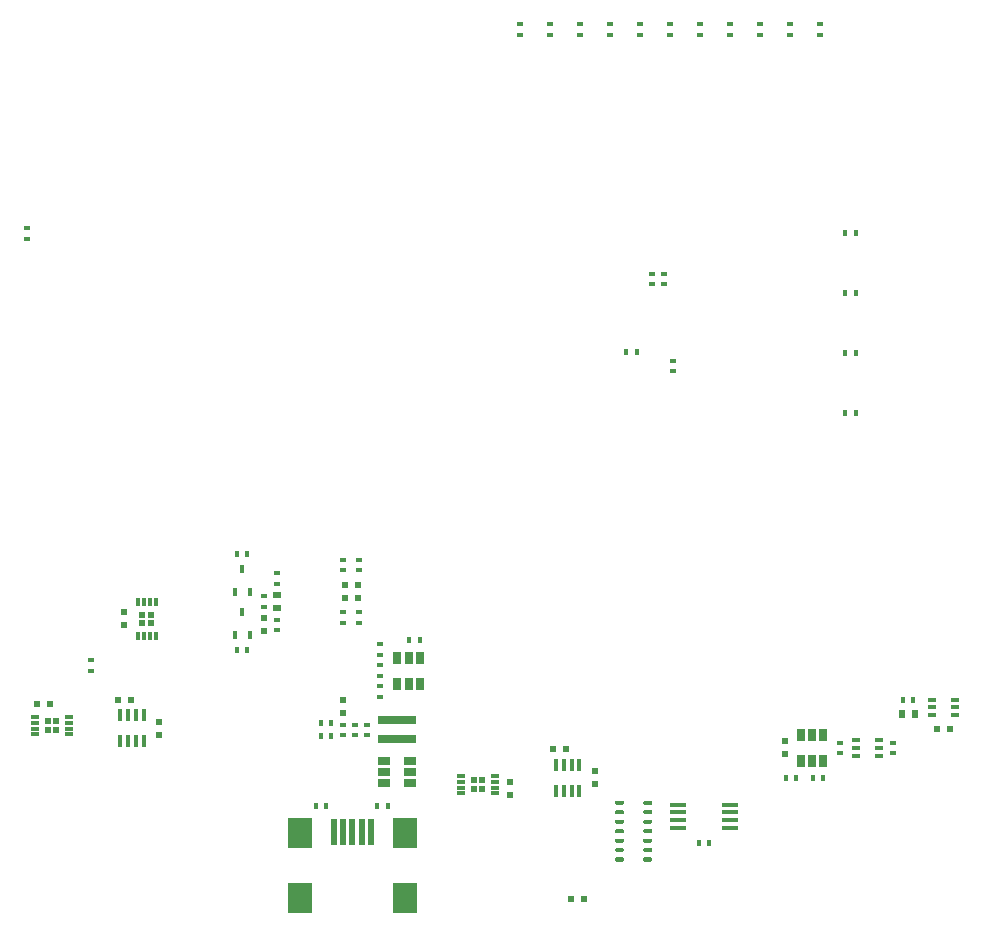
<source format=gbr>
G04 #@! TF.GenerationSoftware,KiCad,Pcbnew,(5.1.8)-1*
G04 #@! TF.CreationDate,2021-01-22T21:00:44-06:00*
G04 #@! TF.ProjectId,Pulse_Oximeter,50756c73-655f-44f7-9869-6d657465722e,rev?*
G04 #@! TF.SameCoordinates,Original*
G04 #@! TF.FileFunction,Paste,Bot*
G04 #@! TF.FilePolarity,Positive*
%FSLAX46Y46*%
G04 Gerber Fmt 4.6, Leading zero omitted, Abs format (unit mm)*
G04 Created by KiCad (PCBNEW (5.1.8)-1) date 2021-01-22 21:00:44*
%MOMM*%
%LPD*%
G01*
G04 APERTURE LIST*
%ADD10R,0.650000X0.400000*%
%ADD11R,0.400000X0.600000*%
%ADD12R,0.600000X0.700000*%
%ADD13R,0.600000X0.500000*%
%ADD14R,0.600000X0.400000*%
%ADD15R,0.650000X1.060000*%
%ADD16R,1.060000X0.650000*%
%ADD17R,0.300000X0.750000*%
%ADD18R,3.200000X0.800000*%
%ADD19R,0.450000X0.700000*%
%ADD20R,2.000000X2.500000*%
%ADD21R,0.500000X2.300000*%
%ADD22R,0.700000X0.600000*%
%ADD23R,0.500000X0.600000*%
%ADD24R,0.400000X1.060000*%
%ADD25R,0.750000X0.300000*%
%ADD26R,1.450000X0.450000*%
G04 APERTURE END LIST*
D10*
X186058000Y-122419000D03*
X186058000Y-123719000D03*
X187958000Y-123069000D03*
X186058000Y-123069000D03*
X187958000Y-123719000D03*
X187958000Y-122419000D03*
D11*
X183573000Y-122428000D03*
X184473000Y-122428000D03*
D12*
X184573000Y-123634000D03*
X183473000Y-123634000D03*
D13*
X187558000Y-124904000D03*
X186458000Y-124904000D03*
D11*
X161042000Y-92961500D03*
X160142000Y-92961500D03*
D14*
X164148000Y-93718000D03*
X164148000Y-94618000D03*
D10*
X181544000Y-127142000D03*
X181544000Y-125842000D03*
X179644000Y-126492000D03*
X181544000Y-126492000D03*
X179644000Y-125842000D03*
X179644000Y-127142000D03*
D15*
X175895000Y-125392000D03*
X176845000Y-125392000D03*
X174945000Y-125392000D03*
X174945000Y-127592000D03*
X175895000Y-127592000D03*
X176845000Y-127592000D03*
D16*
X139680000Y-128524000D03*
X139680000Y-127574000D03*
X139680000Y-129474000D03*
X141880000Y-129474000D03*
X141880000Y-128524000D03*
X141880000Y-127574000D03*
D15*
X141732000Y-118852000D03*
X142682000Y-118852000D03*
X140782000Y-118852000D03*
X140782000Y-121052000D03*
X141732000Y-121052000D03*
X142682000Y-121052000D03*
D13*
X119945000Y-115895000D03*
X119195000Y-115895000D03*
X119945000Y-115245000D03*
X119195000Y-115245000D03*
D17*
X118820000Y-117020000D03*
X119320000Y-117020000D03*
X119820000Y-117020000D03*
X120320000Y-117020000D03*
X120320000Y-114120000D03*
X119820000Y-114120000D03*
X119320000Y-114120000D03*
X118820000Y-114120000D03*
D11*
X178684000Y-98105000D03*
X179584000Y-98105000D03*
X179584000Y-93025000D03*
X178684000Y-93025000D03*
X178684000Y-87945000D03*
X179584000Y-87945000D03*
X178684000Y-82865000D03*
X179584000Y-82865000D03*
D14*
X109410000Y-82478500D03*
X109410000Y-83378500D03*
X178244000Y-126942000D03*
X178244000Y-126042000D03*
D11*
X175953000Y-129032000D03*
X176853000Y-129032000D03*
X173667000Y-129032000D03*
X174567000Y-129032000D03*
D14*
X151194000Y-66106500D03*
X151194000Y-65206500D03*
X153734000Y-66106500D03*
X153734000Y-65206500D03*
X156274000Y-66106500D03*
X156274000Y-65206500D03*
X171514000Y-65206500D03*
X171514000Y-66106500D03*
X158814000Y-66106500D03*
X158814000Y-65206500D03*
X161354000Y-66106500D03*
X161354000Y-65206500D03*
X163894000Y-66106500D03*
X163894000Y-65206500D03*
X166434000Y-66106500D03*
X166434000Y-65206500D03*
X168974000Y-66106500D03*
X168974000Y-65206500D03*
X174054000Y-66106500D03*
X174054000Y-65206500D03*
X176594000Y-66106500D03*
X176594000Y-65206500D03*
X137541000Y-114993000D03*
X137541000Y-115893000D03*
X136208000Y-114993000D03*
X136208000Y-115893000D03*
D11*
X135197000Y-125476000D03*
X134297000Y-125476000D03*
D14*
X136144000Y-125418000D03*
X136144000Y-124518000D03*
X137160000Y-125418000D03*
X137160000Y-124518000D03*
D18*
X140780000Y-125768000D03*
X140780000Y-124168000D03*
D14*
X137541000Y-111448000D03*
X137541000Y-110548000D03*
D11*
X142690000Y-117348000D03*
X141790000Y-117348000D03*
D14*
X139319000Y-117724000D03*
X139319000Y-118624000D03*
X139319000Y-119502000D03*
X139319000Y-120402000D03*
X139319000Y-121280000D03*
X139319000Y-122180000D03*
D11*
X128085000Y-110046000D03*
X127185000Y-110046000D03*
D14*
X129476000Y-113660000D03*
X129476000Y-114560000D03*
X130556000Y-112591000D03*
X130556000Y-111691000D03*
X130556000Y-116528000D03*
X130556000Y-115628000D03*
D11*
X128085000Y-118237000D03*
X127185000Y-118237000D03*
D14*
X114808000Y-119057000D03*
X114808000Y-119957000D03*
D19*
X127635000Y-111332000D03*
X126985000Y-113332000D03*
X128285000Y-113332000D03*
X127635000Y-114951000D03*
X126985000Y-116951000D03*
X128285000Y-116951000D03*
D11*
X133852000Y-131382000D03*
X134752000Y-131382000D03*
X139960000Y-131382000D03*
X139060000Y-131382000D03*
D20*
X132520000Y-139198000D03*
X132520000Y-133698000D03*
X141420000Y-139198000D03*
X141420000Y-133698000D03*
D21*
X135370000Y-133598000D03*
X136170000Y-133598000D03*
X136970000Y-133598000D03*
X137770000Y-133598000D03*
X138570000Y-133598000D03*
D22*
X130556000Y-114660000D03*
X130556000Y-113560000D03*
D23*
X173609000Y-127042000D03*
X173609000Y-125942000D03*
X136334000Y-112670000D03*
X136334000Y-113770000D03*
X136144000Y-122450000D03*
X136144000Y-123550000D03*
X117666000Y-115020000D03*
X117666000Y-116120000D03*
X129476000Y-116628000D03*
X129476000Y-115528000D03*
D24*
X154214000Y-130132000D03*
X154864000Y-130132000D03*
X155524000Y-130132000D03*
X156174000Y-130132000D03*
X156174000Y-127932000D03*
X155524000Y-127932000D03*
X154864000Y-127932000D03*
X154214000Y-127932000D03*
D23*
X157544000Y-129582000D03*
X157544000Y-128482000D03*
X147899000Y-129229000D03*
X147899000Y-129979000D03*
X147249000Y-129229000D03*
X147249000Y-129979000D03*
D25*
X149024000Y-130354000D03*
X149024000Y-129854000D03*
X149024000Y-129354000D03*
X149024000Y-128854000D03*
X146124000Y-128854000D03*
X146124000Y-129354000D03*
X146124000Y-129854000D03*
X146124000Y-130354000D03*
D13*
X155046000Y-126556000D03*
X153946000Y-126556000D03*
D23*
X150304000Y-129371000D03*
X150304000Y-130471000D03*
D13*
X118216000Y-122428000D03*
X117116000Y-122428000D03*
D23*
X120586000Y-125391000D03*
X120586000Y-124291000D03*
D13*
X110258000Y-122808000D03*
X111358000Y-122808000D03*
D23*
X137478000Y-113770000D03*
X137478000Y-112670000D03*
D13*
X156570000Y-139319000D03*
X155470000Y-139319000D03*
D14*
X162306000Y-87252000D03*
X162306000Y-86352000D03*
X163322000Y-86352000D03*
X163322000Y-87252000D03*
X136208000Y-111448000D03*
X136208000Y-110548000D03*
D11*
X135197000Y-124396000D03*
X134297000Y-124396000D03*
D14*
X138176000Y-124518000D03*
X138176000Y-125418000D03*
D11*
X166300000Y-134556000D03*
X167200000Y-134556000D03*
D24*
X117328000Y-125936000D03*
X117978000Y-125936000D03*
X118638000Y-125936000D03*
X119288000Y-125936000D03*
X119288000Y-123736000D03*
X118638000Y-123736000D03*
X117978000Y-123736000D03*
X117328000Y-123736000D03*
D25*
X112994000Y-123852000D03*
X112994000Y-124352000D03*
X112994000Y-124852000D03*
X112994000Y-125352000D03*
X110094000Y-125352000D03*
X110094000Y-124852000D03*
X110094000Y-124352000D03*
X110094000Y-123852000D03*
D23*
X111869000Y-124227000D03*
X111869000Y-124977000D03*
X111219000Y-124227000D03*
X111219000Y-124977000D03*
D26*
X168950000Y-131295000D03*
X168950000Y-131945000D03*
X168950000Y-132595000D03*
X168950000Y-133245000D03*
X164550000Y-133245000D03*
X164550000Y-132595000D03*
X164550000Y-131945000D03*
X164550000Y-131295000D03*
G36*
G01*
X162357000Y-131052500D02*
X162357000Y-131227500D01*
G75*
G02*
X162269500Y-131315000I-87500J0D01*
G01*
X161694500Y-131315000D01*
G75*
G02*
X161607000Y-131227500I0J87500D01*
G01*
X161607000Y-131052500D01*
G75*
G02*
X161694500Y-130965000I87500J0D01*
G01*
X162269500Y-130965000D01*
G75*
G02*
X162357000Y-131052500I0J-87500D01*
G01*
G37*
G36*
G01*
X162357000Y-131852500D02*
X162357000Y-132027500D01*
G75*
G02*
X162269500Y-132115000I-87500J0D01*
G01*
X161694500Y-132115000D01*
G75*
G02*
X161607000Y-132027500I0J87500D01*
G01*
X161607000Y-131852500D01*
G75*
G02*
X161694500Y-131765000I87500J0D01*
G01*
X162269500Y-131765000D01*
G75*
G02*
X162357000Y-131852500I0J-87500D01*
G01*
G37*
G36*
G01*
X162357000Y-132652500D02*
X162357000Y-132827500D01*
G75*
G02*
X162269500Y-132915000I-87500J0D01*
G01*
X161694500Y-132915000D01*
G75*
G02*
X161607000Y-132827500I0J87500D01*
G01*
X161607000Y-132652500D01*
G75*
G02*
X161694500Y-132565000I87500J0D01*
G01*
X162269500Y-132565000D01*
G75*
G02*
X162357000Y-132652500I0J-87500D01*
G01*
G37*
G36*
G01*
X162357000Y-133452500D02*
X162357000Y-133627500D01*
G75*
G02*
X162269500Y-133715000I-87500J0D01*
G01*
X161694500Y-133715000D01*
G75*
G02*
X161607000Y-133627500I0J87500D01*
G01*
X161607000Y-133452500D01*
G75*
G02*
X161694500Y-133365000I87500J0D01*
G01*
X162269500Y-133365000D01*
G75*
G02*
X162357000Y-133452500I0J-87500D01*
G01*
G37*
G36*
G01*
X162357000Y-134252500D02*
X162357000Y-134427500D01*
G75*
G02*
X162269500Y-134515000I-87500J0D01*
G01*
X161694500Y-134515000D01*
G75*
G02*
X161607000Y-134427500I0J87500D01*
G01*
X161607000Y-134252500D01*
G75*
G02*
X161694500Y-134165000I87500J0D01*
G01*
X162269500Y-134165000D01*
G75*
G02*
X162357000Y-134252500I0J-87500D01*
G01*
G37*
G36*
G01*
X162357000Y-135052500D02*
X162357000Y-135227500D01*
G75*
G02*
X162269500Y-135315000I-87500J0D01*
G01*
X161694500Y-135315000D01*
G75*
G02*
X161607000Y-135227500I0J87500D01*
G01*
X161607000Y-135052500D01*
G75*
G02*
X161694500Y-134965000I87500J0D01*
G01*
X162269500Y-134965000D01*
G75*
G02*
X162357000Y-135052500I0J-87500D01*
G01*
G37*
G36*
G01*
X162357000Y-135852500D02*
X162357000Y-136027500D01*
G75*
G02*
X162269500Y-136115000I-87500J0D01*
G01*
X161694500Y-136115000D01*
G75*
G02*
X161607000Y-136027500I0J87500D01*
G01*
X161607000Y-135852500D01*
G75*
G02*
X161694500Y-135765000I87500J0D01*
G01*
X162269500Y-135765000D01*
G75*
G02*
X162357000Y-135852500I0J-87500D01*
G01*
G37*
G36*
G01*
X159957000Y-135852500D02*
X159957000Y-136027500D01*
G75*
G02*
X159869500Y-136115000I-87500J0D01*
G01*
X159294500Y-136115000D01*
G75*
G02*
X159207000Y-136027500I0J87500D01*
G01*
X159207000Y-135852500D01*
G75*
G02*
X159294500Y-135765000I87500J0D01*
G01*
X159869500Y-135765000D01*
G75*
G02*
X159957000Y-135852500I0J-87500D01*
G01*
G37*
G36*
G01*
X159957000Y-135052500D02*
X159957000Y-135227500D01*
G75*
G02*
X159869500Y-135315000I-87500J0D01*
G01*
X159294500Y-135315000D01*
G75*
G02*
X159207000Y-135227500I0J87500D01*
G01*
X159207000Y-135052500D01*
G75*
G02*
X159294500Y-134965000I87500J0D01*
G01*
X159869500Y-134965000D01*
G75*
G02*
X159957000Y-135052500I0J-87500D01*
G01*
G37*
G36*
G01*
X159957000Y-134252500D02*
X159957000Y-134427500D01*
G75*
G02*
X159869500Y-134515000I-87500J0D01*
G01*
X159294500Y-134515000D01*
G75*
G02*
X159207000Y-134427500I0J87500D01*
G01*
X159207000Y-134252500D01*
G75*
G02*
X159294500Y-134165000I87500J0D01*
G01*
X159869500Y-134165000D01*
G75*
G02*
X159957000Y-134252500I0J-87500D01*
G01*
G37*
G36*
G01*
X159957000Y-133452500D02*
X159957000Y-133627500D01*
G75*
G02*
X159869500Y-133715000I-87500J0D01*
G01*
X159294500Y-133715000D01*
G75*
G02*
X159207000Y-133627500I0J87500D01*
G01*
X159207000Y-133452500D01*
G75*
G02*
X159294500Y-133365000I87500J0D01*
G01*
X159869500Y-133365000D01*
G75*
G02*
X159957000Y-133452500I0J-87500D01*
G01*
G37*
G36*
G01*
X159957000Y-132652500D02*
X159957000Y-132827500D01*
G75*
G02*
X159869500Y-132915000I-87500J0D01*
G01*
X159294500Y-132915000D01*
G75*
G02*
X159207000Y-132827500I0J87500D01*
G01*
X159207000Y-132652500D01*
G75*
G02*
X159294500Y-132565000I87500J0D01*
G01*
X159869500Y-132565000D01*
G75*
G02*
X159957000Y-132652500I0J-87500D01*
G01*
G37*
G36*
G01*
X159957000Y-131852500D02*
X159957000Y-132027500D01*
G75*
G02*
X159869500Y-132115000I-87500J0D01*
G01*
X159294500Y-132115000D01*
G75*
G02*
X159207000Y-132027500I0J87500D01*
G01*
X159207000Y-131852500D01*
G75*
G02*
X159294500Y-131765000I87500J0D01*
G01*
X159869500Y-131765000D01*
G75*
G02*
X159957000Y-131852500I0J-87500D01*
G01*
G37*
G36*
G01*
X159957000Y-131052500D02*
X159957000Y-131227500D01*
G75*
G02*
X159869500Y-131315000I-87500J0D01*
G01*
X159294500Y-131315000D01*
G75*
G02*
X159207000Y-131227500I0J87500D01*
G01*
X159207000Y-131052500D01*
G75*
G02*
X159294500Y-130965000I87500J0D01*
G01*
X159869500Y-130965000D01*
G75*
G02*
X159957000Y-131052500I0J-87500D01*
G01*
G37*
D14*
X182753000Y-126042000D03*
X182753000Y-126942000D03*
M02*

</source>
